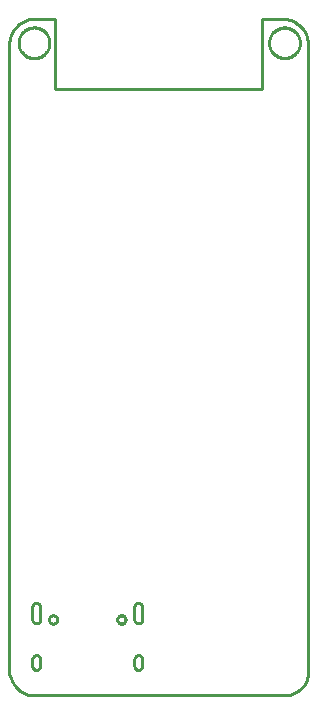
<source format=gbr>
G04 EAGLE Gerber RS-274X export*
G75*
%MOMM*%
%FSLAX34Y34*%
%LPD*%
%IN*%
%IPPOS*%
%AMOC8*
5,1,8,0,0,1.08239X$1,22.5*%
G01*
%ADD10C,0.254000*%


D10*
X-2000Y23000D02*
X-2013Y22851D01*
X-2091Y20925D01*
X-2000Y19000D01*
X-1742Y17090D01*
X-1318Y15210D01*
X-733Y13374D01*
X11Y11596D01*
X906Y9890D01*
X1947Y8268D01*
X3126Y6743D01*
X4433Y5327D01*
X5858Y4029D01*
X7391Y2861D01*
X9020Y1831D01*
X10732Y947D01*
X12515Y216D01*
X14355Y-357D01*
X16238Y-768D01*
X18149Y-1013D01*
X20075Y-1091D01*
X22000Y-1000D01*
X230000Y-1000D01*
X230753Y-1025D01*
X232503Y-974D01*
X234241Y-770D01*
X235955Y-416D01*
X237631Y86D01*
X239258Y733D01*
X240822Y1519D01*
X242311Y2438D01*
X243715Y3483D01*
X245022Y4647D01*
X246223Y5920D01*
X247308Y7293D01*
X248270Y8756D01*
X249100Y10296D01*
X249793Y11904D01*
X250343Y13565D01*
X250747Y15268D01*
X251000Y17000D01*
X251000Y547000D01*
X251007Y547060D01*
X251130Y549028D01*
X251082Y550998D01*
X250862Y552957D01*
X250472Y554889D01*
X249915Y556780D01*
X249196Y558615D01*
X248319Y560380D01*
X247292Y562063D01*
X246122Y563649D01*
X244818Y565127D01*
X243390Y566487D01*
X241850Y567716D01*
X240208Y568807D01*
X238477Y569750D01*
X236671Y570539D01*
X234803Y571167D01*
X232887Y571630D01*
X230938Y571925D01*
X228971Y572048D01*
X227000Y572000D01*
X212000Y572000D01*
X212000Y512000D01*
X37000Y512000D01*
X37000Y572000D01*
X22000Y572000D01*
X21026Y572046D01*
X19055Y572010D01*
X17095Y571802D01*
X15160Y571425D01*
X13266Y570880D01*
X11426Y570172D01*
X9655Y569307D01*
X7966Y568291D01*
X6373Y567131D01*
X4886Y565837D01*
X3518Y564418D01*
X2278Y562885D01*
X1177Y561250D01*
X223Y559525D01*
X-577Y557724D01*
X-1218Y555860D01*
X-1693Y553947D01*
X-2000Y552000D01*
X-2000Y23000D01*
X104069Y23773D02*
X104081Y23490D01*
X104118Y23209D01*
X104180Y22932D01*
X104265Y22662D01*
X104374Y22400D01*
X104504Y22148D01*
X104657Y21909D01*
X104829Y21684D01*
X105021Y21475D01*
X105230Y21284D01*
X105455Y21111D01*
X105694Y20959D01*
X105946Y20828D01*
X106207Y20719D01*
X106478Y20634D01*
X106755Y20573D01*
X107036Y20536D01*
X107319Y20523D01*
X107602Y20536D01*
X107883Y20573D01*
X108160Y20634D01*
X108431Y20719D01*
X108693Y20828D01*
X108944Y20959D01*
X109183Y21111D01*
X109408Y21284D01*
X109617Y21475D01*
X109809Y21684D01*
X109981Y21909D01*
X110134Y22148D01*
X110265Y22400D01*
X110373Y22662D01*
X110458Y22932D01*
X110520Y23209D01*
X110557Y23490D01*
X110569Y23773D01*
X110569Y29773D01*
X110557Y30056D01*
X110520Y30338D01*
X110458Y30614D01*
X110373Y30885D01*
X110265Y31147D01*
X110134Y31398D01*
X109981Y31637D01*
X109809Y31862D01*
X109617Y32071D01*
X109408Y32263D01*
X109183Y32435D01*
X108944Y32588D01*
X108693Y32719D01*
X108431Y32827D01*
X108160Y32912D01*
X107883Y32974D01*
X107602Y33011D01*
X107319Y33023D01*
X107036Y33011D01*
X106755Y32974D01*
X106478Y32912D01*
X106207Y32827D01*
X105946Y32719D01*
X105694Y32588D01*
X105455Y32435D01*
X105230Y32263D01*
X105021Y32071D01*
X104829Y31862D01*
X104657Y31637D01*
X104504Y31398D01*
X104374Y31147D01*
X104265Y30885D01*
X104180Y30614D01*
X104118Y30338D01*
X104081Y30056D01*
X104069Y29773D01*
X104069Y23773D01*
X17669Y23773D02*
X17681Y23490D01*
X17718Y23209D01*
X17780Y22932D01*
X17865Y22662D01*
X17974Y22400D01*
X18104Y22148D01*
X18257Y21909D01*
X18429Y21684D01*
X18621Y21475D01*
X18830Y21284D01*
X19055Y21111D01*
X19294Y20959D01*
X19546Y20828D01*
X19807Y20719D01*
X20078Y20634D01*
X20355Y20573D01*
X20636Y20536D01*
X20919Y20523D01*
X21202Y20536D01*
X21483Y20573D01*
X21760Y20634D01*
X22031Y20719D01*
X22293Y20828D01*
X22544Y20959D01*
X22783Y21111D01*
X23008Y21284D01*
X23217Y21475D01*
X23409Y21684D01*
X23581Y21909D01*
X23734Y22148D01*
X23865Y22400D01*
X23973Y22662D01*
X24058Y22932D01*
X24120Y23209D01*
X24157Y23490D01*
X24169Y23773D01*
X24169Y29773D01*
X24157Y30056D01*
X24120Y30338D01*
X24058Y30614D01*
X23973Y30885D01*
X23865Y31147D01*
X23734Y31398D01*
X23581Y31637D01*
X23409Y31862D01*
X23217Y32071D01*
X23008Y32263D01*
X22783Y32435D01*
X22544Y32588D01*
X22293Y32719D01*
X22031Y32827D01*
X21760Y32912D01*
X21483Y32974D01*
X21202Y33011D01*
X20919Y33023D01*
X20636Y33011D01*
X20355Y32974D01*
X20078Y32912D01*
X19807Y32827D01*
X19546Y32719D01*
X19294Y32588D01*
X19055Y32435D01*
X18830Y32263D01*
X18621Y32071D01*
X18429Y31862D01*
X18257Y31637D01*
X18104Y31398D01*
X17974Y31147D01*
X17865Y30885D01*
X17780Y30614D01*
X17718Y30338D01*
X17681Y30056D01*
X17669Y29773D01*
X17669Y23773D01*
X104055Y63134D02*
X104067Y62851D01*
X104104Y62570D01*
X104165Y62293D01*
X104251Y62022D01*
X104359Y61761D01*
X104490Y61509D01*
X104642Y61270D01*
X104815Y61045D01*
X105007Y60836D01*
X105216Y60644D01*
X105441Y60472D01*
X105680Y60319D01*
X105931Y60189D01*
X106193Y60080D01*
X106463Y59995D01*
X106740Y59933D01*
X107021Y59896D01*
X107305Y59884D01*
X107588Y59896D01*
X107869Y59933D01*
X108146Y59995D01*
X108416Y60080D01*
X108678Y60189D01*
X108930Y60319D01*
X109169Y60472D01*
X109394Y60644D01*
X109603Y60836D01*
X109794Y61045D01*
X109967Y61270D01*
X110119Y61509D01*
X110250Y61761D01*
X110359Y62022D01*
X110444Y62293D01*
X110505Y62570D01*
X110542Y62851D01*
X110555Y63134D01*
X110555Y74134D01*
X110542Y74417D01*
X110505Y74698D01*
X110444Y74975D01*
X110359Y75246D01*
X110250Y75508D01*
X110119Y75759D01*
X109967Y75998D01*
X109794Y76223D01*
X109603Y76432D01*
X109394Y76624D01*
X109169Y76796D01*
X108930Y76949D01*
X108678Y77080D01*
X108416Y77188D01*
X108146Y77273D01*
X107869Y77335D01*
X107588Y77372D01*
X107305Y77384D01*
X107021Y77372D01*
X106740Y77335D01*
X106463Y77273D01*
X106193Y77188D01*
X105931Y77080D01*
X105680Y76949D01*
X105441Y76796D01*
X105216Y76624D01*
X105007Y76432D01*
X104815Y76223D01*
X104642Y75998D01*
X104490Y75759D01*
X104359Y75508D01*
X104251Y75246D01*
X104165Y74975D01*
X104104Y74698D01*
X104067Y74417D01*
X104055Y74134D01*
X104055Y63134D01*
X17691Y63128D02*
X17704Y62844D01*
X17741Y62563D01*
X17802Y62286D01*
X17887Y62016D01*
X17996Y61754D01*
X18127Y61503D01*
X18279Y61263D01*
X18452Y61038D01*
X18643Y60829D01*
X18852Y60638D01*
X19077Y60465D01*
X19316Y60313D01*
X19568Y60182D01*
X19830Y60074D01*
X20100Y59988D01*
X20377Y59927D01*
X20658Y59890D01*
X20941Y59878D01*
X21225Y59890D01*
X21506Y59927D01*
X21783Y59988D01*
X22053Y60074D01*
X22315Y60182D01*
X22566Y60313D01*
X22806Y60465D01*
X23031Y60638D01*
X23240Y60829D01*
X23431Y61038D01*
X23604Y61263D01*
X23756Y61503D01*
X23887Y61754D01*
X23995Y62016D01*
X24081Y62286D01*
X24142Y62563D01*
X24179Y62844D01*
X24191Y63128D01*
X24191Y74128D01*
X24179Y74411D01*
X24142Y74692D01*
X24081Y74969D01*
X23995Y75239D01*
X23887Y75501D01*
X23756Y75753D01*
X23604Y75992D01*
X23431Y76217D01*
X23240Y76426D01*
X23031Y76617D01*
X22806Y76790D01*
X22566Y76942D01*
X22315Y77073D01*
X22053Y77182D01*
X21783Y77267D01*
X21506Y77328D01*
X21225Y77365D01*
X20941Y77378D01*
X20658Y77365D01*
X20377Y77328D01*
X20100Y77267D01*
X19830Y77182D01*
X19568Y77073D01*
X19316Y76942D01*
X19077Y76790D01*
X18852Y76617D01*
X18643Y76426D01*
X18452Y76217D01*
X18279Y75992D01*
X18127Y75753D01*
X17996Y75501D01*
X17887Y75239D01*
X17802Y74969D01*
X17741Y74692D01*
X17704Y74411D01*
X17691Y74128D01*
X17691Y63128D01*
X32071Y551017D02*
X32005Y550090D01*
X31873Y549171D01*
X31676Y548264D01*
X31414Y547373D01*
X31090Y546503D01*
X30704Y545658D01*
X30259Y544843D01*
X29757Y544062D01*
X29200Y543319D01*
X28592Y542617D01*
X27936Y541960D01*
X27234Y541352D01*
X26490Y540796D01*
X25709Y540294D01*
X24894Y539849D01*
X24050Y539463D01*
X23179Y539138D01*
X22288Y538877D01*
X21381Y538679D01*
X20462Y538547D01*
X19536Y538481D01*
X18607Y538481D01*
X17681Y538547D01*
X16762Y538679D01*
X15854Y538877D01*
X14963Y539138D01*
X14093Y539463D01*
X13249Y539849D01*
X12434Y540294D01*
X11653Y540796D01*
X10909Y541352D01*
X10207Y541960D01*
X9551Y542617D01*
X8943Y543319D01*
X8386Y544062D01*
X7884Y544843D01*
X7439Y545658D01*
X7053Y546503D01*
X6729Y547373D01*
X6467Y548264D01*
X6270Y549171D01*
X6138Y550090D01*
X6071Y551017D01*
X6071Y551945D01*
X6138Y552871D01*
X6270Y553791D01*
X6467Y554698D01*
X6729Y555589D01*
X7053Y556459D01*
X7439Y557304D01*
X7884Y558119D01*
X8386Y558900D01*
X8943Y559643D01*
X9551Y560345D01*
X10207Y561002D01*
X10909Y561610D01*
X11653Y562166D01*
X12434Y562668D01*
X13249Y563113D01*
X14093Y563499D01*
X14963Y563823D01*
X15854Y564085D01*
X16762Y564282D01*
X17681Y564415D01*
X18607Y564481D01*
X19536Y564481D01*
X20462Y564415D01*
X21381Y564282D01*
X22288Y564085D01*
X23179Y563823D01*
X24050Y563499D01*
X24894Y563113D01*
X25709Y562668D01*
X26490Y562166D01*
X27234Y561610D01*
X27936Y561002D01*
X28592Y560345D01*
X29200Y559643D01*
X29757Y558900D01*
X30259Y558119D01*
X30704Y557304D01*
X31090Y556459D01*
X31414Y555589D01*
X31676Y554698D01*
X31873Y553791D01*
X32005Y552871D01*
X32071Y551945D01*
X32071Y551017D01*
X244071Y551017D02*
X244005Y550090D01*
X243873Y549171D01*
X243676Y548264D01*
X243414Y547373D01*
X243090Y546503D01*
X242704Y545658D01*
X242259Y544843D01*
X241757Y544062D01*
X241200Y543319D01*
X240592Y542617D01*
X239936Y541960D01*
X239234Y541352D01*
X238490Y540796D01*
X237709Y540294D01*
X236894Y539849D01*
X236050Y539463D01*
X235179Y539138D01*
X234288Y538877D01*
X233381Y538679D01*
X232462Y538547D01*
X231536Y538481D01*
X230607Y538481D01*
X229681Y538547D01*
X228762Y538679D01*
X227854Y538877D01*
X226963Y539138D01*
X226093Y539463D01*
X225249Y539849D01*
X224434Y540294D01*
X223653Y540796D01*
X222909Y541352D01*
X222207Y541960D01*
X221551Y542617D01*
X220943Y543319D01*
X220386Y544062D01*
X219884Y544843D01*
X219439Y545658D01*
X219053Y546503D01*
X218729Y547373D01*
X218467Y548264D01*
X218270Y549171D01*
X218138Y550090D01*
X218071Y551017D01*
X218071Y551945D01*
X218138Y552871D01*
X218270Y553791D01*
X218467Y554698D01*
X218729Y555589D01*
X219053Y556459D01*
X219439Y557304D01*
X219884Y558119D01*
X220386Y558900D01*
X220943Y559643D01*
X221551Y560345D01*
X222207Y561002D01*
X222909Y561610D01*
X223653Y562166D01*
X224434Y562668D01*
X225249Y563113D01*
X226093Y563499D01*
X226963Y563823D01*
X227854Y564085D01*
X228762Y564282D01*
X229681Y564415D01*
X230607Y564481D01*
X231536Y564481D01*
X232462Y564415D01*
X233381Y564282D01*
X234288Y564085D01*
X235179Y563823D01*
X236050Y563499D01*
X236894Y563113D01*
X237709Y562668D01*
X238490Y562166D01*
X239234Y561610D01*
X239936Y561002D01*
X240592Y560345D01*
X241200Y559643D01*
X241757Y558900D01*
X242259Y558119D01*
X242704Y557304D01*
X243090Y556459D01*
X243414Y555589D01*
X243676Y554698D01*
X243873Y553791D01*
X244005Y552871D01*
X244071Y551945D01*
X244071Y551017D01*
X38719Y63044D02*
X38659Y62589D01*
X38540Y62146D01*
X38365Y61722D01*
X38135Y61325D01*
X37856Y60961D01*
X37532Y60636D01*
X37168Y60357D01*
X36770Y60127D01*
X36346Y59952D01*
X35903Y59833D01*
X35448Y59773D01*
X34990Y59773D01*
X34535Y59833D01*
X34092Y59952D01*
X33668Y60127D01*
X33270Y60357D01*
X32906Y60636D01*
X32582Y60961D01*
X32303Y61325D01*
X32073Y61722D01*
X31898Y62146D01*
X31779Y62589D01*
X31719Y63044D01*
X31719Y63503D01*
X31779Y63957D01*
X31898Y64401D01*
X32073Y64825D01*
X32303Y65222D01*
X32582Y65586D01*
X32906Y65910D01*
X33270Y66190D01*
X33668Y66419D01*
X34092Y66595D01*
X34535Y66713D01*
X34990Y66773D01*
X35448Y66773D01*
X35903Y66713D01*
X36346Y66595D01*
X36770Y66419D01*
X37168Y66190D01*
X37532Y65910D01*
X37856Y65586D01*
X38135Y65222D01*
X38365Y64825D01*
X38540Y64401D01*
X38659Y63957D01*
X38719Y63503D01*
X38719Y63044D01*
X96519Y63044D02*
X96459Y62589D01*
X96340Y62146D01*
X96165Y61722D01*
X95935Y61325D01*
X95656Y60961D01*
X95332Y60636D01*
X94968Y60357D01*
X94570Y60127D01*
X94146Y59952D01*
X93703Y59833D01*
X93248Y59773D01*
X92790Y59773D01*
X92335Y59833D01*
X91892Y59952D01*
X91468Y60127D01*
X91070Y60357D01*
X90706Y60636D01*
X90382Y60961D01*
X90103Y61325D01*
X89873Y61722D01*
X89698Y62146D01*
X89579Y62589D01*
X89519Y63044D01*
X89519Y63503D01*
X89579Y63957D01*
X89698Y64401D01*
X89873Y64825D01*
X90103Y65222D01*
X90382Y65586D01*
X90706Y65910D01*
X91070Y66190D01*
X91468Y66419D01*
X91892Y66595D01*
X92335Y66713D01*
X92790Y66773D01*
X93248Y66773D01*
X93703Y66713D01*
X94146Y66595D01*
X94570Y66419D01*
X94968Y66190D01*
X95332Y65910D01*
X95656Y65586D01*
X95935Y65222D01*
X96165Y64825D01*
X96340Y64401D01*
X96459Y63957D01*
X96519Y63503D01*
X96519Y63044D01*
M02*

</source>
